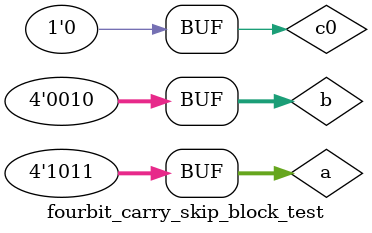
<source format=v>
 

 
//
//  
// Module Name:    fourbit_carry_skip_Block_test 
//  
// Description: 
//
// Verilog Test Fixture module fourbit_carry_skip_Block
//
// Revision :
// 
//  
// Additional Comments:
// 
////////////////////////////////////////////////////////////////////////////////

module fourbit_carry_skip_block_test;

	// Inputs
	reg [3:0] a;
	reg [3:0] b;
	reg c0;

	// Outputs
	wire [3:0] s;
	wire cp;

	// Instantiate the Unit Under Test (UUT)
	fourbit_carry_skip_block uut (
		.a(a), 
		.b(b), 
		.c0(c0), 
		.s(s), 
		.cp(cp)
	);

	initial begin
		// Initialize Inputs
		a = 0;
		b = 0;
		c0 = 0;

		// Wait 100 ns for global reset to finish
		#100;
        end
		  initial
		  begin
		  
		  #10 a=4'd5 ; b=4'd2;  c0=1'd1;
		  #10 a=4'd6 ; b=4'd2;  c0=1'd1;
		  #10 a=4'd4 ; b=4'd3;  c0=1'd0;
		  #10 a=4'd10 ; b=4'd5; c0=1'd1;
		  #10 a=4'd11 ; b=4'd2; c0=1'd0;
		  end
      
endmodule


</source>
